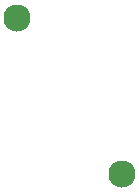
<source format=gbs>
G04 #@! TF.GenerationSoftware,KiCad,Pcbnew,8.0.8+1*
G04 #@! TF.CreationDate,2025-05-19T02:25:46+00:00*
G04 #@! TF.ProjectId,controller_overlay,636f6e74-726f-46c6-9c65-725f6f766572,0.2*
G04 #@! TF.SameCoordinates,Original*
G04 #@! TF.FileFunction,Soldermask,Bot*
G04 #@! TF.FilePolarity,Negative*
%FSLAX46Y46*%
G04 Gerber Fmt 4.6, Leading zero omitted, Abs format (unit mm)*
G04 Created by KiCad (PCBNEW 8.0.8+1) date 2025-05-19 02:25:46*
%MOMM*%
%LPD*%
G01*
G04 APERTURE LIST*
%ADD10C,2.300000*%
G04 APERTURE END LIST*
D10*
X172235175Y-108066691D03*
X181134590Y-121285220D03*
M02*

</source>
